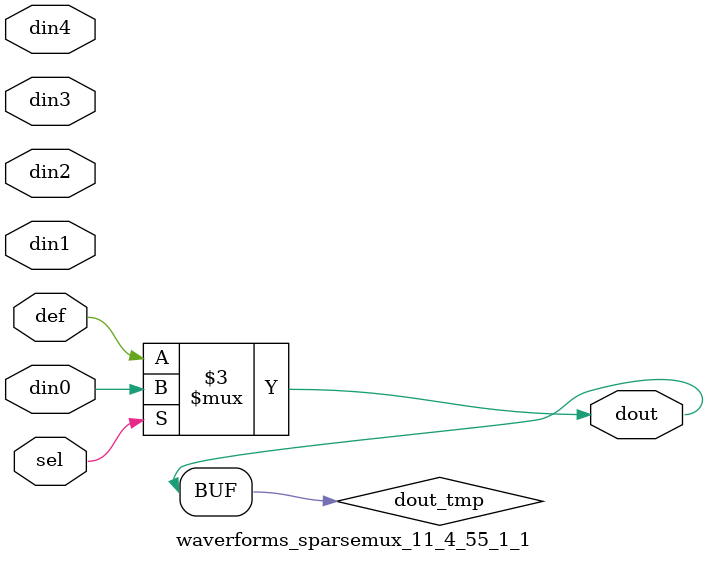
<source format=v>
`timescale 1ns / 1ps

module waverforms_sparsemux_11_4_55_1_1 (din0,din1,din2,din3,din4,def,sel,dout);

parameter din0_WIDTH = 1;

parameter din1_WIDTH = 1;

parameter din2_WIDTH = 1;

parameter din3_WIDTH = 1;

parameter din4_WIDTH = 1;

parameter def_WIDTH = 1;
parameter sel_WIDTH = 1;
parameter dout_WIDTH = 1;

parameter [sel_WIDTH-1:0] CASE0 = 1;

parameter [sel_WIDTH-1:0] CASE1 = 1;

parameter [sel_WIDTH-1:0] CASE2 = 1;

parameter [sel_WIDTH-1:0] CASE3 = 1;

parameter [sel_WIDTH-1:0] CASE4 = 1;

parameter ID = 1;
parameter NUM_STAGE = 1;



input [din0_WIDTH-1:0] din0;

input [din1_WIDTH-1:0] din1;

input [din2_WIDTH-1:0] din2;

input [din3_WIDTH-1:0] din3;

input [din4_WIDTH-1:0] din4;

input [def_WIDTH-1:0] def;
input [sel_WIDTH-1:0] sel;

output [dout_WIDTH-1:0] dout;



reg [dout_WIDTH-1:0] dout_tmp;


always @ (*) begin
(* parallel_case *) case (sel)
    
    CASE0 : dout_tmp = din0;
    
    CASE1 : dout_tmp = din1;
    
    CASE2 : dout_tmp = din2;
    
    CASE3 : dout_tmp = din3;
    
    CASE4 : dout_tmp = din4;
    
    default : dout_tmp = def;
endcase
end


assign dout = dout_tmp;



endmodule

</source>
